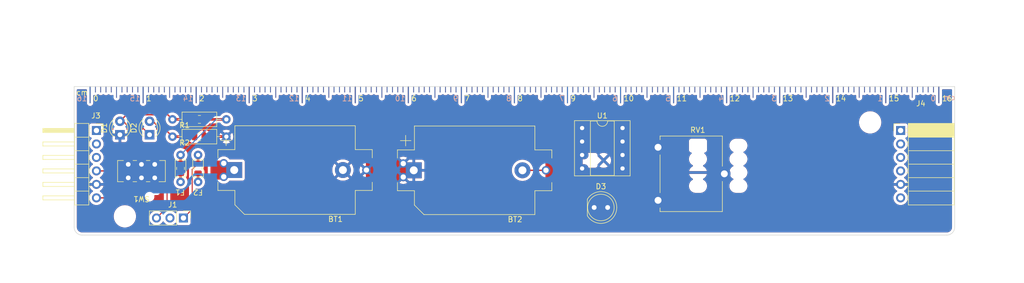
<source format=kicad_pcb>
(kicad_pcb (version 20211014) (generator pcbnew)
  (layers (0 "F.Cu" signal) (31 "B.Cu" signal) (34 "B.Paste" user) (35 "F.Paste" user) (36 "B.SilkS" user "B.Silkscreen") (37 "F.SilkS" user "F.Silkscreen") (38 "B.Mask" user) (39 "F.Mask" user) (44 "Edge.Cuts" user))
  (net 0 "")
  (net 1 "Net-(BT1-Pad1)")
  (net 2 "GND")
  (net 3 "Net-(BT2-Pad2)")
  (net 4 "Net-(D1-Pad2)")
  (net 5 "V-")
  (net 6 "Net-(D2-Pad2)")
  (net 7 "V+")
  (net 8 "Net-(C1-Pad1)")
  (net 12 "V-_ext_in")
  (net 13 "V+_ext_in")
  (net 19 "Net-(C1-Pad2)")
  (net 21 "Net-(F1-Pad1)")
  (net 22 "Net-(F2-Pad1)")
  (net 23 "Net-(C2-Pad2)")
  (net 24 "Net-(J2-PadS)")
  (footprint "et-ruler-footprints:Metric_Ruler_160mm_top" (layer "F.Cu") (at 52.032 61.328)
    (fp_text reference "G1" hide)
    (fp_text value "Ruler")
    (fp_text user "4" (at 40.5 2.2) (layer "F.SilkS") (effects (justify left)))
    (fp_text user "15" (at 150.5 2.2) (layer "F.SilkS") (effects (justify left)))
    (fp_text user "0" (at 0.5 2.2) (layer "F.SilkS") (effects (justify left)))
    (fp_text user "2" (at 20.5 2.2) (layer "F.SilkS") (effects (justify left)))
    (fp_text user "5" (at 50.5 2.2) (layer "F.SilkS") (effects (justify left)))
    (fp_text user "7" (at 70.5 2.2) (layer "F.SilkS") (effects (justify left)))
    (fp_text user "3" (at 30.5 2.2) (layer "F.SilkS") (effects (justify left)))
    (fp_text user "6" (at 60.5 2.2) (layer "F.SilkS") (effects (justify left)))
    (fp_text user "10" (at 100.5 2.2) (layer "F.SilkS") (effects (justify left)))
    (fp_text user "8" (at 80.5 2.2) (layer "F.SilkS") (effects (justify left)))
    (fp_text user "cm" (at -1.5 1.075) (layer "F.SilkS"))
    (fp_text user "11" (at 110.5 2.2) (layer "F.SilkS") (effects (justify left)))
    (fp_text user "13" (at 130.5 2.2) (layer "F.SilkS") (effects (justify left)))
    (fp_text user "12" (at 120.5 2.2) (layer "F.SilkS") (effects (justify left)))
    (fp_text user "9" (at 90.5 2.2) (layer "F.SilkS") (effects (justify left)))
    (fp_text user "16" (at 160.5 2.2) (layer "F.SilkS") (effects (justify left)))
    (fp_text user "14" (at 140.5 2.2) (layer "F.SilkS") (effects (justify left)))
    (fp_text user "1" (at 10.5 2.2) (layer "F.SilkS") (effects (justify left)))
    (fp_line (start 65 0) (end 65 2) (layer "F.Cu") (width 0.15))
    (fp_line (start 149 0) (end 149 1) (layer "F.Cu") (width 0.15))
    (fp_line (start 52 0) (end 52 1) (layer "F.Cu") (width 0.15))
    (fp_line (start 74 0) (end 74 1) (layer "F.Cu") (width 0.15))
    (fp_line (start 133 0) (end 133 1) (layer "F.Cu") (width 0.15))
    (fp_line (start 49 0) (end 49 1) (layer "F.Cu") (width 0.15))
    (fp_line (start 146 0) (end 146 1) (layer "F.Cu") (width 0.15))
    (fp_line (start 34 0) (end 34 1) (layer "F.Cu") (width 0.15))
    (fp_line (start 85 0) (end 85 2) (layer "F.Cu") (width 0.15))
    (fp_line (start 143 0) (end 143 1) (layer "F.Cu") (width 0.15))
    (fp_line (start 127 0) (end 127 1) (layer "F.Cu") (width 0.15))
    (fp_line (start 150 0) (end 150 3) (layer "F.Cu") (width 0.2))
    (fp_line (start 137 0) (end 137 1) (layer "F.Cu") (width 0.15))
    (fp_line (start 64 0) (end 64 1) (layer "F.Cu") (width 0.15))
    (fp_line (start 73 0) (end 73 1) (layer "F.Cu") (width 0.15))
    (fp_line (start 26 0) (end 26 1) (layer "F.Cu") (width 0.15))
    (fp_line (start 1 0) (end 1 1) (layer "F.Cu") (width 0.15))
    (fp_line (start 104 0) (end 104 1) (layer "F.Cu") (width 0.15))
    (fp_line (start 23 0) (end 23 1) (layer "F.Cu") (width 0.15))
    (fp_line (start 46 0) (end 46 1) (layer "F.Cu") (width 0.15))
    (fp_line (start 135 0) (end 135 2) (layer "F.Cu") (width 0.15))
    (fp_line (start 83 0) (end 83 1) (layer "F.Cu") (width 0.15))
    (fp_line (start 48 0) (end 48 1) (layer "F.Cu") (width 0.15))
    (fp_line (start 156 0) (end 156 1) (layer "F.Cu") (width 0.15))
    (fp_line (start 24 0) (end 24 1) (layer "F.Cu") (width 0.15))
    (fp_line (start 71 0) (end 71 1) (layer "F.Cu") (width 0.15))
    (fp_line (start 59 0) (end 59 1) (layer "F.Cu") (width 0.15))
    (fp_line (start 41 0) (end 41 1) (layer "F.Cu") (width 0.15))
    (fp_line (start 108 0) (end 108 1) (layer "F.Cu") (width 0.15))
    (fp_line (start 132 0) (end 132 1) (layer "F.Cu") (width 0.15))
    (fp_line (start 155 0) (end 155 2) (layer "F.Cu") (width 0.15))
    (fp_line (start 115 0) (end 115 2) (layer "F.Cu") (width 0.15))
    (fp_line (start 97 0) (end 97 1) (layer "F.Cu") (width 0.15))
    (fp_line (start 122 0) (end 122 1) (layer "F.Cu") (width 0.15))
    (fp_line (start 103 0) (end 103 1) (layer "F.Cu") (width 0.15))
    (fp_line (start 32 0) (end 32 1) (layer "F.Cu") (width 0.15))
    (fp_line (start 111 0) (end 111 1) (layer "F.Cu") (width 0.15))
    (fp_line (start 12 0) (end 12 1) (layer "F.Cu") (width 0.15))
    (fp_line (start 145 0) (end 145 2) (layer "F.Cu") (width 0.15))
    (fp_line (start 5 0) (end 5 2) (layer "F.Cu") (width 0.15))
    (fp_line (start 139 0) (end 139 1) (layer "F.Cu") (width 0.15))
    (fp_line (start 88 0) (end 88 1) (layer "F.Cu") (width 0.15))
    (fp_line (start 51 0) (end 51 1) (layer "F.Cu") (width 0.15))
    (fp_line (start 87 0) (end 87 1) (layer "F.Cu") (width 0.15))
    (fp_line (start 98 0) (end 98 1) (layer "F.Cu") (width 0.15))
    (fp_line (start 18 0) (end 18 1) (layer "F.Cu") (width 0.15))
    (fp_line (start 101 0) (end 101 1) (layer "F.Cu") (width 0.15))
    (fp_line (start 136 0) (end 136 1) (layer "F.Cu") (width 0.15))
    (fp_line (start 57 0) (end 57 1) (layer "F.Cu") (width 0.15))
    (fp_line (start 78 0) (end 78 1) (layer "F.Cu") (width 0.15))
    (fp_line (start 69 0) (end 69 1) (layer "F.Cu") (width 0.15))
    (fp_line (start 102 0) (end 102 1) (layer "F.Cu") (width 0.15))
    (fp_line (start 38 0) (end 38 1) (layer "F.Cu") (width 0.15))
    (fp_line (start 107 0) (end 107 1) (layer "F.Cu") (width 0.15))
    (fp_line (start 4 0) (end 4 1) (layer "F.Cu") (width 0.15))
    (fp_line (start 72 0) (end 72 1) (layer "F.Cu") (width 0.15))
    (fp_line (start 90 0) (end 90 3) (layer "F.Cu") (width 0.2))
    (fp_line (start 89 0) (end 89 1) (layer "F.Cu") (width 0.15))
    (fp_line (start 80 0) (end 80 3) (layer "F.Cu") (width 0.2))
    (fp_line (start 123 0) (end 123 1) (layer "F.Cu") (width 0.15))
    (fp_line (start 86 0) (end 86 1) (layer "F.Cu") (width 0.15))
    (fp_line (start 128 0) (end 128 1) (layer "F.Cu") (width 0.15))
    (fp_line (start 15 0) (end 15 2) (layer "F.Cu") (width 0.15))
    (fp_line (start 151 0) (end 151 1) (layer "F.Cu") (width 0.15))
    (fp_line (start 70 0) (end 70 3) (layer "F.Cu") (width 0.2))
    (fp_line (start 119 0) (end 119 1) (layer "F.Cu") (width 0.15))
    (fp_line (start 28 0) (end 28 1) (layer "F.Cu") (width 0.15))
    (fp_line (start 21 0) (end 21 1) (layer "F.Cu") (width 0.15))
    (fp_line (start 39 0) (end 39 1) (layer "F.Cu") (width 0.15))
    (fp_line (start 112 0) (end 112 1) (layer "F.Cu") (width 0.15))
    (fp_line (start 68 0) (end 68 1) (layer "F.Cu") (width 0.15))
    (fp_line (start 63 0) (end 63 1) (layer "F.Cu") (width 0.15))
    (fp_line (start 11 0) (end 11 1) (layer "F.Cu") (width 0.15))
    (fp_line (start 56 0) (end 56 1) (layer "F.Cu") (width 0.15))
    (fp_line (start 105 0) (end 105 2) (layer "F.Cu") (width 0.15))
    (fp_line (start 92 0) (end 92 1) (layer "F.Cu") (width 0.15))
    (fp_line (start 79 0) (end 79 1) (layer "F.Cu") (width 0.15))
    (fp_line (start 76 0) (end 76 1) (layer "F.Cu") (width 0.15))
    (fp_line (start 45 0) (end 45 2) (layer "F.Cu") (width 0.15))
    (fp_line (start 43 0) (end 43 1) (layer "F.Cu") (width 0.15))
    (fp_line (start 82 0) (end 82 1) (layer "F.Cu") (width 0.15))
    (fp_line (start 53 0) (end 53 1) (layer "F.Cu") (width 0.15))
    (fp_line (start 125 0) (end 125 2) (layer "F.Cu") (width 0.15))
    (fp_line (start 91 0) (end 91 1) (layer "F.Cu") (width 0.15))
    (fp_line (start 118 0) (end 118 1) (layer "F.Cu") (width 0.15))
    (fp_line (start 0 0) (end 0 3) (layer "F.Cu") (width 0.2))
    (fp_line (start 44 0) (end 44 1) (layer "F.Cu") (width 0.15))
    (fp_line (start 55 0) (end 55 2) (layer "F.Cu") (width 0.15))
    (fp_line (start 147 0) (end 147 1) (layer "F.Cu") (width 0.15))
    (fp_line (start 140 0) (end 140 3) (layer "F.Cu") (width 0.2))
    (fp_line (start 47 0) (end 47 1) (layer "F.Cu") (width 0.15))
    (fp_line (start 114 0) (end 114 1) (layer "F.Cu") (width 0.15))
    (fp_line (start 158 0) (end 158 1) (layer "F.Cu") (width 0.15))
    (fp_line (start 40 0) (end 40 3) (layer "F.Cu") (width 0.2))
    (fp_line (start 66 0) (end 66 1) (layer "F.Cu") (width 0.15))
    (fp_line (start 3 0) (end 3 1) (layer "F.Cu") (width 0.15))
    (fp_line (start 10 0) (end 10 3) (layer "F.Cu") (width 0.2))
    (fp_line (start 31 0) (end 31 1) (layer "F.Cu") (width 0.15))
    (fp_line (start 33 0) (end 33 1) (layer "F.Cu") (width 0.15))
    (fp_line (start 77 0) (end 77 1) (layer "F.Cu") (width 0.15))
    (fp_line (start 42 0) (end 42 1) (layer "F.Cu") (width 0.15))
    (fp_line (start 121 0) (end 121 1) (layer "F.Cu") (width 0.15))
    (fp_line (start 116 0) (end 116 1) (layer "F.Cu") (width 0.15))
    (fp_line (start 124 0) (end 124 1) (layer "F.Cu") (width 0.15))
    (fp_line (start 100 0) (end 100 3) (layer "F.Cu") (width 0.2))
    (fp_line (start 94 0) (end 94 1) (layer "F.Cu") (width 0.15))
    (fp_line (start 95 0) (end 95 2) (layer "F.Cu") (width 0.15))
    (fp_line (start 50 0) (end 50 3) (layer "F.Cu") (width 0.2))
    (fp_line (start 159 0) (end 159 1) (layer "F.Cu") (width 0.15))
    (fp_line (start 54 0) (end 54 1) (layer "F.Cu") (width 0.15))
    (fp_line (start 154 0) (end 154 1) (layer "F.Cu") (width 0.15))
    (fp_line (start 14 0) (end 14 1) (layer "F.Cu") (width 0.15))
    (fp_line (start 141 0) (end 141 1) (layer "F.Cu") (width 0.15))
    (fp_line (start 8 0) (end 8 1) (layer "F.Cu") (width 0.15))
    (fp_line (start 27 0) (end 27 1) (layer "F.Cu") (width 0.15))
    (fp_line (start 25 0) (end 25 2) (layer "F.Cu") (width 0.15))
    (fp_line (start 29 0) (end 29 1) (layer "F.Cu") (width 0.15))
    (fp_line (start 99 0) (end 99 1) (layer "F.Cu") (width 0.15))
    (fp_line (start 7 0) (end 7 1) (layer "F.Cu") (width 0.15))
    (fp_line (start 81 0) (end 81 1) (layer "F.Cu") (width 0.15))
    (fp_line (start 37 0) (end 37 1) (layer "F.Cu") (width 0.15))
    (fp_line (start 60 0) (end 60 3) (layer "F.Cu") (width 0.2))
    (fp_line (start 117 0) (end 117 1) (layer "F.Cu") (width 0.15))
    (fp_line (start 67 0) (end 67 1) (layer "F.Cu") (width 0.15))
    (fp_line (start 152 0) (end 152 1) (layer "F.Cu") (width 0.15))
    (fp_line (start 16 0) (end 16 1) (layer "F.Cu") (width 0.15))
    (fp_line (start 96 0) (end 96 1) (layer "F.Cu") (width 0.15))
    (fp_line (start 129 0) (end 129 1) (layer "F.Cu") (width 0.15))
    (fp_line (start 131 0) (end 131 1) (layer "F.Cu") (width 0.15))
    (fp_line (start 13 0) (end 13 1) (layer "F.Cu") (width 0.15))
    (fp_line (start 113 0) (end 113 1) (layer "F.Cu") (width 0.15))
    (fp_line (start 148 0) (end 148 1) (layer "F.Cu") (width 0.15))
    (fp_line (start 106 0) (end 106 1) (layer "F.Cu") (width 0.15))
    (fp_line (start 126 0) (end 126 1) (layer "F.Cu") (width 0.15))
    (fp_line (start 130 0) (end 130 3) (layer "F.Cu") (width 0.2))
    (fp_line (start 2 0) (end 2 1) (layer "F.Cu") (width 0.15))
    (fp_line (start 9 0) (end 9 1) (layer "F.Cu") (width 0.15))
    (fp_line (start 120 0) (end 120 3) (layer "F.Cu") (width 0.2))
    (fp_line (start 93 0) (end 93 1) (layer "F.Cu") (width 0.15))
    (fp_line (start 153 0) (end 153 1) (layer "F.Cu") (width 0.15))
    (fp_line (start 58 0) (end 58 1) (layer "F.Cu") (width 0.15))
    (fp_line (start 138 0) (end 138 1) (layer "F.Cu") (width 0.15))
    (fp_line (start 17 0) (end 17 1) (layer "F.Cu") (width 0.15))
    (fp_line (start 62 0) (end 62 1) (layer "F.Cu") (width 0.15))
    (fp_line (start 61 0) (end 61 1) (layer "F.Cu") (width 0.15))
    (fp_line (start 144 0) (end 144 1) (layer "F.Cu") (width 0.15))
    (fp_line (start 36 0) (end 36 1) (layer "F.Cu") (width 0.15))
    (fp_line (start 134 0) (end 134 1) (layer "F.Cu") (width 0.15))
    (fp_line (start 142 0) (end 142 1) (layer "F.Cu") (width 0.15))
    (fp_line (start 22 0) (end 22 1) (layer "F.Cu") (width 0.15))
    (fp_line (start 30 0) (end 30 3) (layer "F.Cu") (width 0.2))
    (fp_line (start 160 0) (end 160 3) (layer "F.Cu") (width 0.2))
    (fp_line (start 157 0) (end 157 1) (layer "F.Cu") (width 0.15))
    (fp_line (start 84 0) (end 84 1) (layer "F.Cu") (width 0.15))
    (fp_line (start 20 0) (end 20 3) (layer "F.Cu") (width 0.2))
    (fp_line (start 110 0) (end 110 3) (layer "F.Cu") (width 0.2))
    (fp_line (start 75 0) (end 75 2) (layer "F.Cu") (width 0.15))
    (fp_line (start 6 0) (end 6 1) (layer "F.Cu") (width 0.15))
    (fp_line (start 19 0) (end 19 1) (layer "F.Cu") (width 0.15))
    (fp_line (start 109 0) (end 109 1) (layer "F.Cu") (width 0.15))
    (fp_line (start 35 0) (end 35 2) (layer "F.Cu") (width 0.15))
  )
  (footprint "et-ruler-footprints:LED_THT_SMD_Hybrid_D3.0mm" (layer "F.Cu") (at 63.246 70.358 90)
    (fp_text reference "D2" (at 1.27 -2.96 90) (layer "F.SilkS"))
    (fp_text value "LED")
    (pad "1" thru_hole rect (at 0 0 90) (size 1.8 1.8) (drill 0.9) (layers F&B.Cu *.Mask) (net 5 "V-"))
    (pad "1" smd roundrect (at 1.27 -1.9 90) (size 0.75 1.35) (layers "F.Cu" "F.Paste" "F.Mask") (net 5 "V-"))
    (pad "2" thru_hole circle (at 2.54 0 90) (size 1.8 1.8) (drill 0.9) (layers F&B.Cu *.Mask) (net 6 "Net-(D2-Pad2)"))
    (pad "2" smd roundrect (at 1.27 1.9 90) (size 0.75 1.35) (layers "F.Cu" "F.Paste" "F.Mask") (net 6 "Net-(D2-Pad2)"))
  )
  (footprint "LED_THT:LED_D5.0mm_Clear" (layer "F.Cu") (at 147.061 84.074)
    (fp_text reference "D3" (at 1.27 -3.96) (layer "F.SilkS"))
    (fp_text value "D_Photo")
    (pad "1" thru_hole rect (at 0 0) (size 1.8 1.8) (drill 0.9) (layers *.Cu *.Mask) (net 8 "Net-(C1-Pad1)"))
    (pad "2" thru_hole circle (at 2.54 0) (size 1.8 1.8) (drill 0.9) (layers *.Cu *.Mask) (net 2 "GND"))
  )
  (footprint "et-ruler-footprints:R_0805_THT_10.16mm_Hybrid" (layer "F.Cu") (at 72.644 67.5132 180)
    (fp_text reference "R1" (at 2.794 -1.0668 unlocked) (layer "F.SilkS"))
    (fp_text value "R")
    (pad "1" thru_hole circle (at -5.08 0.05 180) (size 1.6 1.6) (drill 0.8) (layers F&B.Cu *.Mask) (net 7 "V+"))
    (pad "1" smd roundrect (at -2.9 0.05 180) (size 3.50625 0.5) (layers "F.Cu") (roundrect_rratio 0.243902) (net 7 "V+"))
    (pad "1" smd roundrect (at -0.9125 0.05 180) (size 1.025 1.4) (layers "F.Cu" "F.Paste" "F.Mask") (roundrect_rratio 0.243902) (net 7 "V+"))
    (pad "2" smd roundrect (at 0.9125 0.05 180) (size 1.025 1.4) (layers "F.Cu" "F.Paste" "F.Mask") (roundrect_rratio 0.243902) (net 4 "Net-(D1-Pad2)"))
    (pad "2" smd roundrect (at 2.896875 0.05 180) (size 3.50625 0.5) (layers "F.Cu") (roundrect_rratio 0.243902) (net 4 "Net-(D1-Pad2)"))
    (pad "2" thru_hole oval (at 5.08 0.05 180) (size 1.6 1.6) (drill 0.8) (layers F&B.Cu *.Mask) (net 4 "Net-(D1-Pad2)"))
  )
  (footprint "Potentiometer_THT:Potentiometer_ACP_CA14V-15_Vertical" (layer "F.Cu") (at 159.104 82.724)
    (fp_text reference "RV1" (at 7.5 -13.25) (layer "F.SilkS"))
    (fp_text value "R_Potentiometer")
    (pad "1" thru_hole circle (at 0 0) (size 2.34 2.34) (drill 1.3) (layers *.Cu *.Mask) (net 23 "Net-(C2-Pad2)"))
    (pad "2" thru_hole circle (at 12.5 -5) (size 2.34 2.34) (drill 1.3) (layers *.Cu *.Mask) (net 23 "Net-(C2-Pad2)"))
    (pad "3" thru_hole circle (at 0 -10) (size 2.34 2.34) (drill 1.3) (layers *.Cu *.Mask) (net 24 "Net-(J2-PadS)"))
  )
  (footprint "et-ruler-footprints:R_0805_THT_5.08mm_Hybrid" (layer "F.Cu") (at 72.39 76.708 90)
    (fp_text reference "F2" (at -4.5 0 180 unlocked) (layer "F.SilkS"))
    (fp_text value "Fuse")
    (pad "1" smd roundrect (at -1.573437 0 90) (size 0.853125 0.5) (layers "F.Cu") (roundrect_rratio 0.243902) (net 22 "Net-(F2-Pad1)"))
    (pad "1" smd roundrect (at -0.9125 0 90) (size 1.025 1.4) (layers "F.Cu" "F.Paste" "F.Mask") (roundrect_rratio 0.243902) (net 22 "Net-(F2-Pad1)"))
    (pad "1" thru_hole circle (at -2.54 0 90) (size 1.6 1.6) (drill 0.8) (layers F&B.Cu *.Mask) (net 22 "Net-(F2-Pad1)"))
    (pad "2" smd roundrect (at 1.571875 0 90) (size 0.85625 0.5) (layers "F.Cu") (roundrect_rratio 0.243902) (net 5 "V-"))
    (pad "2" thru_hole oval (at 2.54 0 90) (size 1.6 1.6) (drill 0.8) (layers F&B.Cu *.Mask) (net 5 "V-"))
    (pad "2" smd roundrect (at 0.9125 0 90) (size 1.025 1.4) (layers "F.Cu" "F.Paste" "F.Mask") (roundrect_rratio 0.243902) (net 5 "V-"))
  )
  (footprint "Switch-HYBRID-emt:Switch_DPDT_SMD_THT_Hybrid_P2.54" (layer "F.Cu") (at 61.722 77.216 180)
    (fp_text reference "SW1" (at 0 -5.25 180 unlocked) (layer "F.SilkS"))
    (fp_text value "SW_DPDT")
    (pad "1" smd roundrect (at -2.5 2.75 270) (size 2.5 1) (layers "F.Cu" "F.Paste" "F.Mask") (roundrect_rratio 0.0656167979) (net 1 "Net-(BT1-Pad1)"))
    (pad "1" thru_hole circle (at -2.5 1.27 180) (size 1.6 1.6) (drill 0.88) (layers *.Cu *.Mask) (net 1 "Net-(BT1-Pad1)"))
    (pad "2" smd roundrect (at 0 2.8 270) (size 2.5 1) (layers "F.Cu" "F.Paste" "F.Mask") (roundrect_rratio 0.0656167979) (net 21 "Net-(F1-Pad1)"))
    (pad "2" thru_hole circle (at 0 1.27 180) (size 1.6 1.6) (drill 0.88) (layers *.Cu *.Mask) (net 21 "Net-(F1-Pad1)"))
    (pad "3" smd roundrect (at 2.5 2.75 270) (size 2.5 1) (layers "F.Cu" "F.Paste" "F.Mask") (roundrect_rratio 0.0656167979) (net 13 "V+_ext_in"))
    (pad "3" thru_hole circle (at 2.5 1.27 180) (size 1.6 1.6) (drill 0.88) (layers *.Cu *.Mask) (net 13 "V+_ext_in"))
    (pad "4" smd roundrect (at -2.5 -2.75 270) (size 2.5 1) (layers "F.Cu" "F.Paste" "F.Mask") (roundrect_rratio 0.0656167979) (net 3 "Net-(BT2-Pad2)"))
    (pad "4" thru_hole circle (at -2.5 -1.27 180) (size 1.6 1.6) (drill 0.88) (layers *.Cu *.Mask) (net 3 "Net-(BT2-Pad2)"))
    (pad "5" thru_hole circle (at 0 -1.27 180) (size 1.6 1.6) (drill 0.88) (layers *.Cu *.Mask) (net 22 "Net-(F2-Pad1)"))
    (pad "5" smd roundrect (at 0 -2.75 270) (size 2.5 1) (layers "F.Cu" "F.Paste" "F.Mask") (roundrect_rratio 0.0656167979) (net 22 "Net-(F2-Pad1)"))
    (pad "6" thru_hole circle (at 2.5 -1.27 180) (size 1.6 1.6) (drill 0.88) (layers *.Cu *.Mask) (net 12 "V-_ext_in"))
    (pad "6" smd roundrect (at 2.5 -2.75 270) (size 2.5 1) (layers "F.Cu" "F.Paste" "F.Mask") (roundrect_rratio 0.0656167979) (net 12 "V-_ext_in"))
  )
  (footprint "Connector_PinHeader_2.54mm:PinHeader_1x03_P2.54mm_Vertical" (layer "F.Cu") (at 69.6318 86.0552 -90)
    (fp_text reference "J1" (at -2.5 2.025) (layer "F.SilkS"))
    (fp_text value "Conn_01x03")
    (pad "1" thru_hole rect (at 0 0 270) (size 1.7 1.7) (drill 1) (layers F&B.Cu *.Mask))
    (pad "2" thru_hole oval (at 0 2.54 270) (size 1.7 1.7) (drill 1) (layers F&B.Cu *.Mask))
    (pad "3" thru_hole oval (at 0 5.08 270) (size 1.7 1.7) (drill 1) (layers F&B.Cu *.Mask))
  )
  (footprint "et-ruler-footprints:BatteryHolder_Keystone_1060_1x2032_adhesive_Hybrid" (layer "F.Cu") (at 90.678 77.0128)
    (fp_text reference "BT1" (at 7.62 9.26) (layer "F.SilkS"))
    (fp_text value "Battery_Cell")
    (pad "1" thru_hole circle (at -13.45 -1.27) (size 1.6 1.6) (drill 1) (layers F&B.Cu *.Mask) (net 1 "Net-(BT1-Pad1)"))
    (pad "1" thru_hole circle (at -13.45 1.27) (size 1.6 1.6) (drill 1) (layers F&B.Cu *.Mask) (net 1 "Net-(BT1-Pad1)"))
    (pad "1" smd rect (at -14.452 0.011 180) (size 2.996 3.578) (layers "F.Cu" "F.Mask") (net 1 "Net-(BT1-Pad1)"))
    (pad "1" thru_hole rect (at -11.473 0) (size 3 3) (drill 1.5) (layers F&B.Cu *.Mask) (net 1 "Net-(BT1-Pad1)"))
    (pad "2" thru_hole circle (at 13.45 0) (size 1.6 1.6) (drill 1) (layers F&B.Cu *.Mask) (net 2 "GND"))
    (pad "2" thru_hole circle (at 9.017 0) (size 3 3) (drill 1.5) (layers F&B.Cu *.Mask) (net 2 "GND"))
    (pad "2" smd rect (at 14.65 0 180) (size 2.6 3.6) (layers "F.Cu" "F.Mask") (net 2 "GND"))
  )
  (footprint "et-ruler-footprints:R_0805_THT_10.16mm_Hybrid" (layer "F.Cu") (at 72.644 70.7644 180)
    (fp_text reference "R2" (at 2.794 -1.1176 unlocked) (layer "F.SilkS"))
    (fp_text value "R")
    (pad "1" smd roundrect (at -0.9125 0.05 180) (size 1.025 1.4) (layers "F.Cu" "F.Paste" "F.Mask") (roundrect_rratio 0.243902) (net 2 "GND"))
    (pad "1" smd roundrect (at -2.9 0.05 180) (size 3.50625 0.5) (layers "F.Cu") (roundrect_rratio 0.243902) (net 2 "GND"))
    (pad "1" thru_hole circle (at -5.08 0.05 180) (size 1.6 1.6) (drill 0.8) (layers F&B.Cu *.Mask) (net 2 "GND"))
    (pad "2" thru_hole oval (at 5.08 0.05 180) (size 1.6 1.6) (drill 0.8) (layers F&B.Cu *.Mask) (net 6 "Net-(D2-Pad2)"))
    (pad "2" smd roundrect (at 0.9125 0.05 180) (size 1.025 1.4) (layers "F.Cu" "F.Paste" "F.Mask") (roundrect_rratio 0.243902) (net 6 "Net-(D2-Pad2)"))
    (pad "2" smd roundrect (at 2.896875 0.05 180) (size 3.50625 0.5) (layers "F.Cu") (roundrect_rratio 0.243902) (net 6 "Net-(D2-Pad2)"))
  )
  (footprint "Package_DIP:DIP-8_W7.62mm_Socket_LongPads" (layer "F.Cu") (at 144.79 69.098)
    (fp_text reference "U1" (at 3.81 -2.33) (layer "F.SilkS"))
    (fp_text value "OP07")
    (pad "1" thru_hole rect (at 0 0) (size 2.4 1.6) (drill 0.8) (layers *.Cu *.Mask))
    (pad "2" thru_hole oval (at 0 2.54) (size 2.4 1.6) (drill 0.8) (layers *.Cu *.Mask) (net 8 "Net-(C1-Pad1)"))
    (pad "3" thru_hole oval (at 0 5.08) (size 2.4 1.6) (drill 0.8) (layers *.Cu *.Mask) (net 2 "GND"))
    (pad "4" thru_hole oval (at 0 7.62) (size 2.4 1.6) (drill 0.8) (layers *.Cu *.Mask) (net 5 "V-"))
    (pad "5" thru_hole oval (at 7.62 7.62) (size 2.4 1.6) (drill 0.8) (layers *.Cu *.Mask))
    (pad "6" thru_hole oval (at 7.62 5.08) (size 2.4 1.6) (drill 0.8) (layers *.Cu *.Mask) (net 19 "Net-(C1-Pad2)"))
    (pad "7" thru_hole oval (at 7.62 2.54) (size 2.4 1.6) (drill 0.8) (layers *.Cu *.Mask) (net 7 "V+"))
    (pad "8" thru_hole oval (at 7.62 0) (size 2.4 1.6) (drill 0.8) (layers *.Cu *.Mask))
  )
  (footprint "MountingHole:MountingHole_3.2mm_M3" (layer "F.Cu") (at 58.59266 85.73866)
    (fp_text reference "H1" hide)
    (fp_text value "MountingHole")
    (pad "" np_thru_hole circle (at 0 0) (size 3.2 3.2) (drill 3.2) (layers F&B.Cu *.Mask))
  )
  (footprint "emt-pmod:Pmod_Interface_Male6" (layer "F.Cu") (at 53.232 69.558)
    (fp_text reference "J3" (at -0.1 -2.78) (layer "F.SilkS"))
    (fp_text value "Pmod-Interface-GPIO6")
    (pad "1" thru_hole rect (at 0 0) (size 1.7 1.7) (drill 1) (layers F&B.Cu *.Mask))
    (pad "2" thru_hole oval (at 0 2.54) (size 1.7 1.7) (drill 1) (layers F&B.Cu *.Mask))
    (pad "3" thru_hole oval (at 0 5.08) (size 1.7 1.7) (drill 1) (layers F&B.Cu *.Mask))
    (pad "4" thru_hole oval (at 0 7.62) (size 1.7 1.7) (drill 1) (layers F&B.Cu *.Mask) (net 12 "V-_ext_in"))
    (pad "5" thru_hole oval (at 0 10.16) (size 1.7 1.7) (drill 1) (layers F&B.Cu *.Mask) (net 2 "GND"))
    (pad "6" thru_hole oval (at 0 12.7) (size 1.7 1.7) (drill 1) (layers F&B.Cu *.Mask) (net 13 "V+_ext_in"))
  )
  (footprint "et-ruler-footprints:LED_THT_SMD_Hybrid_D3.0mm" (layer "F.Cu") (at 57.658 70.363 90)
    (fp_text reference "D1" (at 1.27 -2.96 90) (layer "F.SilkS"))
    (fp_text value "LED")
    (pad "1" smd roundrect (at 1.27 -1.9 90) (size 0.75 1.35) (layers "F.Cu" "F.Paste" "F.Mask") (net 2 "GND"))
    (pad "1" thru_hole rect (at 0 0 90) (size 1.8 1.8) (drill 0.9) (layers F&B.Cu *.Mask) (net 2 "GND"))
    (pad "2" thru_hole circle (at 2.54 0 90) (size 1.8 1.8) (drill 0.9) (layers F&B.Cu *.Mask) (net 4 "Net-(D1-Pad2)"))
    (pad "2" smd roundrect (at 1.27 1.9 90) (size 0.75 1.35) (layers "F.Cu" "F.Paste" "F.Mask") (net 4 "Net-(D1-Pad2)"))
  )
  (footprint "et-ruler-footprints:R_0805_THT_5.08mm_Hybrid" (layer "F.Cu") (at 69.088 76.708 90)
    (fp_text reference "F1" (at -4.5 -0.1 180 unlocked) (layer "F.SilkS"))
    (fp_text value "Fuse")
    (pad "1" smd roundrect (at -0.9125 0 90) (size 1.025 1.4) (layers "F.Cu" "F.Paste" "F.Mask") (roundrect_rratio 0.243902) (net 21 "Net-(F1-Pad1)"))
    (pad "1" smd roundrect (at -1.573437 0 90) (size 0.853125 0.5) (layers "F.Cu") (roundrect_rratio 0.243902) (net 21 "Net-(F1-Pad1)"))
    (pad "1" thru_hole circle (at -2.54 0 90) (size 1.6 1.6) (drill 0.8) (layers F&B.Cu *.Mask) (net 21 "Net-(F1-Pad1)"))
    (pad "2" thru_hole oval (at 2.54 0 90) (size 1.6 1.6) (drill 0.8) (layers F&B.Cu *.Mask) (net 7 "V+"))
    (pad "2" smd roundrect (at 0.9125 0 90) (size 1.025 1.4) (layers "F.Cu" "F.Paste" "F.Mask") (roundrect_rratio 0.243902) (net 7 "V+"))
    (pad "2" smd roundrect (at 1.571875 0 90) (size 0.85625 0.5) (layers "F.Cu") (roundrect_rratio 0.243902) (net 7 "V+"))
  )
  (footprint "et-ruler-footprints:BatteryHolder_Keystone_1060_1x2032_adhesive_Hybrid" (layer "F.Cu") (at 124.5272 77.062)
    (fp_text reference "BT2" (at 7.62 9.26) (layer "F.SilkS"))
    (fp_text value "Battery_Cell")
    (pad "1" smd rect (at -14.452 0.011 180) (size 2.996 3.578) (layers "F.Cu" "F.Mask") (net 2 "GND"))
    (pad "1" thru_hole rect (at -11.473 0) (size 3 3) (drill 1.5) (layers F&B.Cu *.Mask) (net 2 "GND"))
    (pad "1" thru_hole circle (at -13.45 -1.27) (size 1.6 1.6) (drill 1) (layers F&B.Cu *.Mask) (net 2 "GND"))
    (pad "1" thru_hole circle (at -13.45 1.27) (size 1.6 1.6) (drill 1) (layers F&B.Cu *.Mask) (net 2 "GND"))
    (pad "2" thru_hole circle (at 13.45 0) (size 1.6 1.6) (drill 1) (layers F&B.Cu *.Mask) (net 3 "Net-(BT2-Pad2)"))
    (pad "2" smd rect (at 14.65 0 180) (size 2.6 3.6) (layers "F.Cu" "F.Mask") (net 3 "Net-(BT2-Pad2)"))
    (pad "2" thru_hole circle (at 9.017 0) (size 3 3) (drill 1.5) (layers F&B.Cu *.Mask) (net 3 "Net-(BT2-Pad2)"))
  )
  (footprint "MountingHole:MountingHole_3.2mm_M3" (layer "F.Cu") (at 199.092 68.028)
    (fp_text reference "H2" hide)
    (fp_text value "MountingHole")
    (pad "" np_thru_hole circle (at 0 0) (size 3.2 3.2) (drill 3.2) (layers F&B.Cu *.Mask))
  )
  (footprint "emt-pmod:Pmod_Interface_Female6" (layer "F.Cu") (at 204.832 69.558)
    (fp_text reference "J4" (at 3.81 -5.08 180) (layer "F.SilkS"))
    (fp_text value "Pmod-Interface-GPIO6")
    (pad "1" thru_hole rect (at 0 0 180) (size 1.7 1.7) (drill 1) (layers *.Cu *.Mask))
    (pad "2" thru_hole oval (at 0 2.54 180) (size 1.7 1.7) (drill 1) (layers *.Cu *.Mask))
    (pad "3" thru_hole oval (at 0 5.08 180) (size 1.7 1.7) (drill 1) (layers *.Cu *.Mask))
    (pad "4" thru_hole oval (at 0 7.62 180) (size 1.7 1.7) (drill 1) (layers *.Cu *.Mask) (net 5 "V-"))
    (pad "5" thru_hole oval (at 0 10.16 180) (size 1.7 1.7) (drill 1) (layers *.Cu *.Mask) (net 2 "GND"))
    (pad "6" thru_hole circle (at 0 12.7 180) (size 1.7 1.7) (drill 1) (layers *.Cu *.Mask) (net 7 "V+"))
  )
  (footprint "et-ruler-footprints:Metric_Ruler_160mm_top" (layer "B.Cu") (at 212.032 61.328 180)
    (fp_text reference "G2" hide)
    (fp_text value "Ruler" hide)
    (fp_text user "6" (at 60.5 -2.2) (layer "B.SilkS") (effects (justify left mirror)))
    (fp_text user "4" (at 40.5 -2.2) (layer "B.SilkS") (effects (justify left mirror)))
    (fp_text user "5" (at 50.5 -2.2) (layer "B.SilkS") (effects (justify left mirror)))
    (fp_text user "11" (at 110.5 -2.2) (layer "B.SilkS") (effects (justify left mirror)))
    (fp_text user "8" (at 80.5 -2.2) (layer "B.SilkS") (effects (justify left mirror)))
    (fp_text user "16" (at 160.5 -2.2) (layer "B.SilkS") (effects (justify left mirror)))
    (fp_text user "9" (at 90.5 -2.2) (layer "B.SilkS") (effects (justify left mirror)))
    (fp_text user "13" (at 130.5 -2.2) (layer "B.SilkS") (effects (justify left mirror)))
    (fp_text user "15" (at 150.5 -2.2) (layer "B.SilkS") (effects (justify left mirror)))
    (fp_text user "1" (at 10.5 -2.2) (layer "B.SilkS") (effects (justify left mirror)))
    (fp_text user "3" (at 30.5 -2.2) (layer "B.SilkS") (effects (justify left mirror)))
    (fp_text user "10" (at 100.5 -2.2) (layer "B.SilkS") (effects (justify left mirror)))
    (fp_text user "2" (at 20.5 -2.2) (layer "B.SilkS") (effects (justify left mirror)))
    (fp_text user "14" (at 140.5 -2.2) (layer "B.SilkS") (effects (justify left mirror)))
    (fp_text user "0" (at 0.5 -2.2) (layer "B.SilkS") (effects (justify left mirror)))
    (fp_text user "7" (at 70.5 -2.2) (layer "B.SilkS") (effects (justify left mirror)))
    (fp_text user "12" (at 120.5 -2.2) (layer "B.SilkS") (effects (justify left mirror)))
    (fp_text user "cm" (at -2 -2) (layer "B.SilkS") (effects (justify mirror)))
    (fp_line (start 127 0) (end 127 -1) (layer "B.Cu") (width 0.15))
    (fp_line (start 98 0) (end 98 -1) (layer "B.Cu") (width 0.15))
    (fp_line (start 51 0) (end 51 -1) (layer "B.Cu") (width 0.15))
    (fp_line (start 63 0) (end 63 -1) (layer "B.Cu") (width 0.15))
    (fp_line (start 71 0) (end 71 -1) (layer "B.Cu") (width 0.15))
    (fp_line (start 13 0) (end 13 -1) (layer "B.Cu") (width 0.15))
    (fp_line (start 40 0) (end 40 -3) (layer "B.Cu") (width 0.2))
    (fp_line (start 70 0) (end 70 -3) (layer "B.Cu") (width 0.2))
    (fp_line (start 33 0) (end 33 -1) (layer "B.Cu") (width 0.15))
    (fp_line (start 20 0) (end 20 -3) (layer "B.Cu") (width 0.2))
    (fp_line (start 117 0) (end 117 -1) (layer "B.Cu") (width 0.15))
    (fp_line (start 140 0) (end 140 -3) (layer "B.Cu") (width 0.2))
    (fp_line (start 115 0) (end 115 -2) (layer "B.Cu") (width 0.15))
    (fp_line (start 32 0) (end 32 -1) (layer "B.Cu") (width 0.15))
    (fp_line (start 84 0) (end 84 -1) (layer "B.Cu") (width 0.15))
    (fp_line (start 146 0) (end 146 -1) (layer "B.Cu") (width 0.15))
    (fp_line (start 114 0) (end 114 -1) (layer "B.Cu") (width 0.15))
    (fp_line (start 30 0) (end 30 -3) (layer "B.Cu") (width 0.2))
    (fp_line (start 93 0) (end 93 -1) (layer "B.Cu") (width 0.15))
    (fp_line (start 134 0) (end 134 -1) (layer "B.Cu") (width 0.15))
    (fp_line (start 143 0) (end 143 -1) (layer "B.Cu") (width 0.15))
    (fp_line (start 5 0) (end 5 -2) (layer "B.Cu") (width 0.15))
    (fp_line (start 89 0) (end 89 -1) (layer "B.Cu") (width 0.15))
    (fp_line (start 160 0) (end 160 -3) (layer "B.Cu") (width 0.2))
    (fp_line (start 28 0) (end 28 -1) (layer "B.Cu") (width 0.15))
    (fp_line (start 151 0) (end 151 -1) (layer "B.Cu") (width 0.15))
    (fp_line (start 39 0) (end 39 -1) (layer "B.Cu") (width 0.15))
    (fp_line (start 112 0) (end 112 -1) (layer "B.Cu") (width 0.15))
    (fp_line (start 126 0) (end 126 -1) (layer "B.Cu") (width 0.15))
    (fp_line (start 21 0) (end 21 -1) (layer "B.Cu") (width 0.15))
    (fp_line (start 104 0) (end 104 -1) (layer "B.Cu") (width 0.15))
    (fp_line (start 135 0) (end 135 -2) (layer "B.Cu") (width 0.15))
    (fp_line (start 55 0) (end 55 -2) (layer "B.Cu") (width 0.15))
    (fp_line (start 10 0) (end 10 -3) (layer "B.Cu") (width 0.2))
    (fp_line (start 111 0) (end 111 -1) (layer "B.Cu") (width 0.15))
    (fp_line (start 12 0) (end 12 -1) (layer "B.Cu") (width 0.15))
    (fp_line (start 9 0) (end 9 -1) (layer "B.Cu") (width 0.15))
    (fp_line (start 23 0) (end 23 -1) (layer "B.Cu") (width 0.15))
    (fp_line (start 108 0) (end 108 -1) (layer "B.Cu") (width 0.15))
    (fp_line (start 16 0) (end 16 -1) (layer "B.Cu") (width 0.15))
    (fp_line (start 110 0) (end 110 -3) (layer "B.Cu") (width 0.2))
    (fp_line (start 107 0) (end 107 -1) (layer "B.Cu") (width 0.15))
    (fp_line (start 50 0) (end 50 -3) (layer "B.Cu") (width 0.2))
    (fp_line (start 130 0) (end 130 -3) (layer "B.Cu") (width 0.2))
    (fp_line (start 96 0) (end 96 -1) (layer "B.Cu") (width 0.15))
    (fp_line (start 43 0) (end 43 -1) (layer "B.Cu") (width 0.15))
    (fp_line (start 24 0) (end 24 -1) (layer "B.Cu") (width 0.15))
    (fp_line (start 11 0) (end 11 -1) (layer "B.Cu") (width 0.15))
    (fp_line (start 18 0) (end 18 -1) (layer "B.Cu") (width 0.15))
    (fp_line (start 15 0) (end 15 -2) (layer "B.Cu") (width 0.15))
    (fp_line (start 159 0) (end 159 -1) (layer "B.Cu") (width 0.15))
    (fp_line (start 4 0) (end 4 -1) (layer "B.Cu") (width 0.15))
    (fp_line (start 44 0) (end 44 -1) (layer "B.Cu") (width 0.15))
    (fp_line (start 83 0) (end 83 -1) (layer "B.Cu") (width 0.15))
    (fp_line (start 56 0) (end 56 -1) (layer "B.Cu") (width 0.15))
    (fp_line (start 68 0) (end 68 -1) (layer "B.Cu") (width 0.15))
    (fp_line (start 81 0) (end 81 -1) (layer "B.Cu") (width 0.15))
    (fp_line (start 8 0) (end 8 -1) (layer "B.Cu") (width 0.15))
    (fp_line (start 90 0) (end 90 -3) (layer "B.Cu") (width 0.2))
    (fp_line (start 14 0) (end 14 -1) (layer "B.Cu") (width 0.15))
    (fp_line (start 158 0) (end 158 -1) (layer "B.Cu") (width 0.15))
    (fp_line (start 31 0) (end 31 -1) (layer "B.Cu") (width 0.15))
    (fp_line (start 122 0) (end 122 -1) (layer "B.Cu") (width 0.15))
    (fp_line (start 2 0) (end 2 -1) (layer "B.Cu") (width 0.15))
    (fp_line (start 141 0) (end 141 -1) (layer "B.Cu") (width 0.15))
    (fp_line (start 102 0) (end 102 -1) (layer "B.Cu") (width 0.15))
    (fp_line (start 54 0) (end 54 -1) (layer "B.Cu") (width 0.15))
    (fp_line (start 118 0) (end 118 -1) (layer "B.Cu") (width 0.15))
    (fp_line (start 34 0) (end 34 -1) (layer "B.Cu") (width 0.15))
    (fp_line (start 105 0) (end 105 -2) (layer "B.Cu") (width 0.15))
    (fp_line (start 113 0) (end 113 -1) (layer "B.Cu") (width 0.15))
    (fp_line (start 35 0) (end 35 -2) (layer "B.Cu") (width 0.15))
    (fp_line (start 91 0) (end 91 -1) (layer "B.Cu") (width 0.15))
    (fp_line (start 46 0) (end 46 -1) (layer "B.Cu") (width 0.15))
    (fp_line (start 42 0) (end 42 -1) (layer "B.Cu") (width 0.15))
    (fp_line (start 38 0) (end 38 -1) (layer "B.Cu") (width 0.15))
    (fp_line (start 22 0) (end 22 -1) (layer "B.Cu") (width 0.15))
    (fp_line (start 124 0) (end 124 -1) (layer "B.Cu") (width 0.15))
    (fp_line (start 92 0) (end 92 -1) (layer "B.Cu") (width 0.15))
    (fp_line (start 94 0) (end 94 -1) (layer "B.Cu") (width 0.15))
    (fp_line (start 95 0) (end 95 -2) (layer "B.Cu") (width 0.15))
    (fp_line (start 57 0) (end 57 -1) (layer "B.Cu") (width 0.15))
    (fp_line (start 7 0) (end 7 -1) (layer "B.Cu") (width 0.15))
    (fp_line (start 6 0) (end 6 -1) (layer "B.Cu") (width 0.15))
    (fp_line (start 65 0) (end 65 -2) (layer "B.Cu") (width 0.15))
    (fp_line (start 26 0) (end 26 -1) (layer "B.Cu") (width 0.15))
    (fp_line (start 142 0) (end 142 -1) (layer "B.Cu") (width 0.15))
    (fp_line (start 121 0) (end 121 -1) (layer "B.Cu") (width 0.15))
    (fp_line (start 148 0) (end 148 -1) (layer "B.Cu") (width 0.15))
    (fp_line (start 86 0) (end 86 -1) (layer "B.Cu") (width 0.15))
    (fp_line (start 53 0) (end 53 -1) (layer "B.Cu") (width 0.15))
    (fp_line (start 60 0) (end 60 -3) (layer "B.Cu") (width 0.2))
    (fp_line (start 145 0) (end 145 -2) (layer "B.Cu") (width 0.15))
    (fp_line (start 106 0) (end 106 -1) (layer "B.Cu") (width 0.15))
    (fp_line (start 66 0) (end 66 -1) (layer "B.Cu") (width 0.15))
    (fp_line (start 75 0) (end 75 -2) (layer "B.Cu") (width 0.15))
    (fp_line (start 123 0) (end 123 -1) (layer "B.Cu") (width 0.15))
    (fp_line (start 37 0) (end 37 -1) (layer "B.Cu") (width 0.15))
    (fp_line (start 41 0) (end 41 -1) (layer "B.Cu") (width 0.15))
    (fp_line (start 109 0) (end 109 -1) (layer "B.Cu") (width 0.15))
    (fp_line (start 139 0) (end 139 -1) (layer "B.Cu") (width 0.15))
    (fp_line (start 156 0) (end 156 -1) (layer "B.Cu") (width 0.15))
    (fp_line (start 27 0) (end 27 -1) (layer "B.Cu") (width 0.15))
    (fp_line (start 100 0) (end 100 -3) (layer "B.Cu") (width 0.2))
    (fp_line (start 87 0) (end 87 -1) (layer "B.Cu") (width 0.15))
    (fp_line (start 116 0) (end 116 -1) (layer "B.Cu") (width 0.15))
    (fp_line (start 99 0) (end 99 -1) (layer "B.Cu") (width 0.15))
    (fp_line (start 58 0) (end 58 -1) (layer "B.Cu") (width 0.15))
    (fp_line (start 101 0) (end 101 -1) (layer "B.Cu") (width 0.15))
    (fp_line (start 0 0) (end 0 -3) (layer "B.Cu") (width 0.2))
    (fp_line (start 138 0) (end 138 -1) (layer "B.Cu") (width 0.15))
    (fp_line (start 78 0) (end 78 -1) (layer "B.Cu") (width 0.15))
    (fp_line (start 25 0) (end 25 -2) (layer "B.Cu") (width 0.15))
    (fp_line (start 49 0) (end 49 -1) (layer "B.Cu") (width 0.15))
    (fp_line (start 97 0) (end 97 -1) (layer "B.Cu") (width 0.15))
    (fp_line (start 1 0) (end 1 -1) (layer "B.Cu") (width 0.15))
    (fp_line (start 79 0) (end 79 -1) (layer "B.Cu") (width 0.15))
    (fp_line (start 82 0) (end 82 -1) (layer "B.Cu") (width 0.15))
    (fp_line (start 45 0) (end 45 -2) (layer "B.Cu") (width 0.15))
    (fp_line (start 59 0) (end 59 -1) (layer "B.Cu") (width 0.15))
    (fp_line (start 154 0) (end 154 -1) (layer "B.Cu") (width 0.15))
    (fp_line (start 64 0) (end 64 -1) (layer "B.Cu") (width 0.15))
    (fp_line (start 69 0) (end 69 -1) (layer "B.Cu") (width 0.15))
    (fp_line (start 132 0) (end 132 -1) (layer "B.Cu") (width 0.15))
    (fp_line (start 155 0) (end 155 -2) (layer "B.Cu") (width 0.15))
    (fp_line (start 36 0) (end 36 -1) (layer "B.Cu") (width 0.15))
    (fp_line (start 72 0) (end 72 -1) (layer "B.Cu") (width 0.15))
    (fp_line (start 80 0) (end 80 -3) (layer "B.Cu") (width 0.2))
    (fp_line (start 133 0) (end 133 -1) (layer "B.Cu") (width 0.15))
    (fp_line (start 61 0) (end 61 -1) (layer "B.Cu") (width 0.15))
    (fp_line (start 157 0) (end 157 -1) (layer "B.Cu") (width 0.15))
    (fp_line (start 19 0) (end 19 -1) (layer "B.Cu") (width 0.15))
    (fp_line (start 137 0) (end 137 -1) (layer "B.Cu") (width 0.15))
    (fp_line (start 73 0) (end 73 -1) (layer "B.Cu") (width 0.15))
    (fp_line (start 149 0) (end 149 -1) (layer "B.Cu") (width 0.15))
    (fp_line (start 85 0) (end 85 -2) (layer "B.Cu") (width 0.15))
    (fp_line (start 129 0) (end 129 -1) (layer "B.Cu") (width 0.15))
    (fp_line (start 29 0) (end 29 -1) (layer "B.Cu") (width 0.15))
    (fp_line (start 17 0) (end 17 -1) (layer "B.Cu") (width 0.15))
    (fp_line (start 125 0) (end 125 -2) (layer "B.Cu") (width 0.15))
    (fp_line (start 77 0) (end 77 -1) (layer "B.Cu") (width 0.15))
    (fp_line (start 3 0) (end 3 -1) (layer "B.Cu") (width 0.15))
    (fp_line (start 47 0) (end 47 -1) (layer "B.Cu") (width 0.15))
    (fp_line (start 128 0) (end 128 -1) (layer "B.Cu") (width 0.15))
    (fp_line (start 52 0) (end 52 -1) (layer "B.Cu") (width 0.15))
    (fp_line (start 74 0) (end 74 -1) (layer "B.Cu") (width 0.15))
    (fp_line (start 119 0) (end 119 -1) (layer "B.Cu") (width 0.15))
    (fp_line (start 120 0) (end 120 -3) (layer "B.Cu") (width 0.2))
    (fp_line (start 153 0) (end 153 -1) (layer "B.Cu") (width 0.15))
    (fp_line (start 76 0) (end 76 -1) (layer "B.Cu") (width 0.15))
    (fp_line (start 131 0) (end 131 -1) (layer "B.Cu") (width 0.15))
    (fp_line (start 152 0) (end 152 -1) (layer "B.Cu") (width 0.15))
    (fp_line (start 67 0) (end 67 -1) (layer "B.Cu") (width 0.15))
    (fp_line (start 147 0) (end 147 -1) (layer "B.Cu") (width 0.15))
    (fp_line (start 88 0) (end 88 -1) (layer "B.Cu") (width 0.15))
    (fp_line (start 144 0) (end 144 -1) (layer "B.Cu") (width 0.15))
    (fp_line (start 136 0) (end 136 -1) (layer "B.Cu") (width 0.15))
    (fp_line (start 62 0) (end 62 -1) (layer "B.Cu") (width 0.15))
    (fp_line (start 150 0) (end 150 -3) (layer "B.Cu") (width 0.2))
    (fp_line (start 48 0) (end 48 -1) (layer "B.Cu") (width 0.15))
    (fp_line (start 103 0) (end 103 -1) (layer "B.Cu") (width 0.15))
  )
  (gr_line (start 215.032 61.278) (end 49.032 61.278) (layer "Edge.Cuts") (width 0.1))
  (gr_arc (start 50.532 89.278) (mid 49.471281 88.838719) (end 49.032 87.778) (layer "Edge.Cuts") (width 0.1))
  (gr_line (start 49.032 61.278) (end 49.032 87.778) (layer "Edge.Cuts") (width 0.1))
  (gr_arc (start 215.032 87.778) (mid 214.59266 88.83866) (end 213.532 89.278) (layer "Edge.Cuts") (width 0.1))
  (gr_line (start 215.032 61.278) (end 215.032 87.778) (layer "Edge.Cuts") (width 0.1))
  (gr_line (start 50.532 89.278) (end 213.532 89.278) (layer "Edge.Cuts") (width 0.1))
  (segment (start 133.5442 77.062) (end 137.9772 77.062) (width 0.25) (layer "F.Cu") (net 3))
  (segment (start 64.222 79.966) (end 64.222 79.288) (width 0.25) (layer "F.Cu") (net 3))
  (segment (start 66.6938 66.593) (end 67.564 67.4632) (width 0.25) (layer "F.Cu") (net 4))
  (segment (start 58.888 66.593) (end 66.6938 66.593) (width 0.25) (layer "F.Cu") (net 4))
  (segment (start 57.658 67.823) (end 58.888 66.593) (width 0.25) (layer "F.Cu") (net 4))
  (segment (start 58.288 67.823) (end 59.558 69.093) (width 0.25) (layer "F.Cu") (net 4))
  (segment (start 57.658 67.823) (end 58.288 67.823) (width 0.25) (layer "F.Cu") (net 4))
  (segment (start 61.346 69.088) (end 61.976 69.088) (width 0.2) (layer "F.Cu") (net 5))
  (segment (start 61.976 69.088) (end 63.246 70.358) (width 0.2) (layer "F.Cu") (net 5))
  (segment (start 71.29 84.397) (end 71.29 76.8955) (width 0.2) (layer "F.Cu") (net 5))
  (segment (start 69.6318 86.0552) (end 71.29 84.397) (width 0.2) (layer "F.Cu") (net 5))
  (segment (start 71.29 76.8955) (end 72.39 75.7955) (width 0.2) (layer "F.Cu") (net 5))
  (segment (start 63.876 67.818) (end 65.146 69.088) (width 0.25) (layer "F.Cu") (net 6))
  (segment (start 65.146 69.088) (end 65.9376 69.088) (width 0.25) (layer "F.Cu") (net 6))
  (segment (start 65.9376 69.088) (end 67.564 70.7144) (width 0.25) (layer "F.Cu") (net 6))
  (segment (start 63.246 67.818) (end 63.876 67.818) (width 0.25) (layer "F.Cu") (net 6))
  (segment (start 66.548 84.059) (end 66.548 78.3355) (width 0.2) (layer "F.Cu") (net 7))
  (segment (start 64.5518 86.0552) (end 66.548 84.059) (width 0.2) (layer "F.Cu") (net 7))
  (segment (start 66.548 78.3355) (end 69.088 75.7955) (width 0.2) (layer "F.Cu") (net 7))
  (segment (start 75.7928 67.4632) (end 77.724 67.4632) (width 0.2) (layer "B.Cu") (net 7))
  (segment (start 69.088 74.168) (end 75.7928 67.4632) (width 0.2) (layer "B.Cu") (net 7))
  (segment (start 53.232 82.258) (end 56.93 82.258) (width 0.25) (layer "F.Cu") (net 12))
  (segment (start 56.93 82.258) (end 59.222 79.966) (width 0.25) (layer "F.Cu") (net 12))
  (segment (start 53.232 77.178) (end 56.51 77.178) (width 0.25) (layer "F.Cu") (net 13))
  (segment (start 56.51 77.178) (end 59.222 74.466) (width 0.25) (layer "F.Cu") (net 13))
  (segment (start 72.599 79.457) (end 72.39 79.248) (width 0.25) (layer "F.Cu") (net 22))
  (segment (start 61.722 79.966) (end 61.722 80.518) (width 0.25) (layer "F.Cu") (net 22))
  (zone (net 2) (net_name "GND") (layers F&B.Cu) (connect_pads (clearance 0.508)) (min_thickness 0.254) (fill yes (thermal_gap 0.508) (thermal_bridge_width 0.508))
    (polygon (pts (xy 228.092 98.298) (xy 35.052 98.298) (xy 35.052 44.958) (xy 228.092 44.958)))
  )
)
</source>
